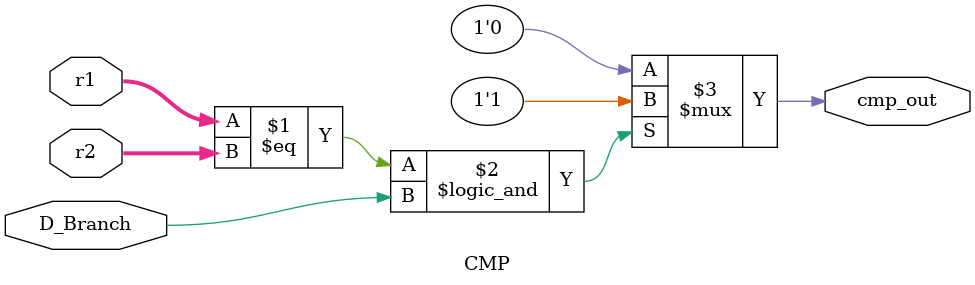
<source format=v>
module CMP (
    //input
    input [31:0] r1,
    input [31:0] r2,
    input D_Branch,
    //output
    output cmp_out
);

    assign cmp_out = ((r1 == r2) && D_Branch) ? 1'b1 : 1'b0;

endmodule
</source>
